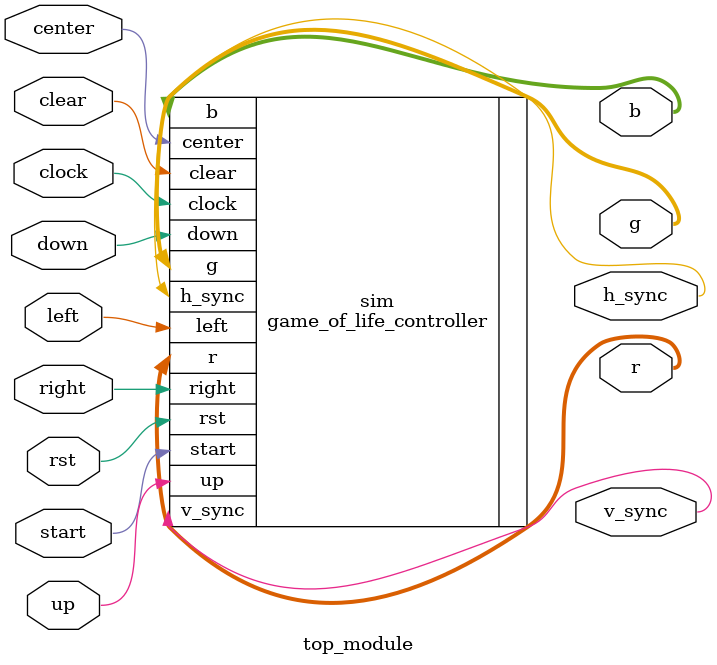
<source format=sv>
`timescale 1ns / 1ps

module top_module(
    input  logic clock,
    input  logic rst,
    input  logic up,
    input  logic down,
    input  logic left,
    input  logic right, 
    input  logic center,
    input  logic clear,
    input  logic start,
    output logic h_sync,
    output logic v_sync,
    output logic [3:0] r,
    output logic [3:0] g,
    output logic [3:0] b
);
    game_of_life_controller sim(
        .clock(clock),
        .rst(rst),
        .up(up),
        .down(down),
        .left(left),
        .right(right),
        .center(center),
        .clear(clear),
        .start(start),
        .h_sync(h_sync),
        .v_sync(v_sync),
        .r(r),
        .g(g),
        .b(b)
    );
endmodule
</source>
